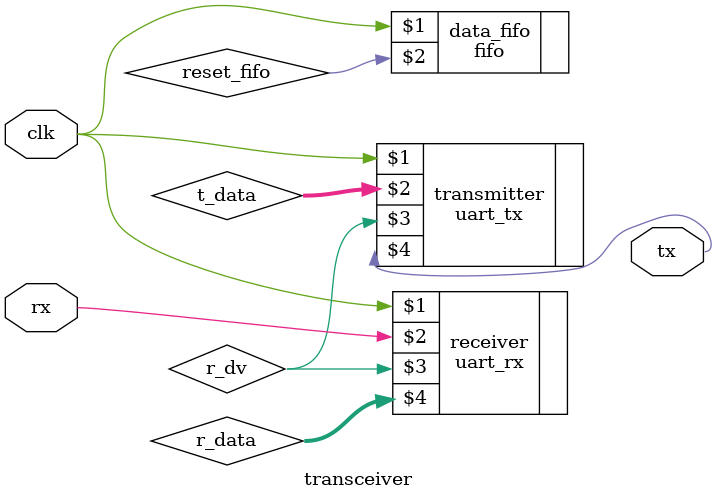
<source format=v>
`timescale 1ns / 1ps


module transceiver(input wire clk, rx,
						 output wire tx);
	 

wire [7:0] r_data,t_data;
wire reset_fifo;	 
						 
uart_rx receiver (clk, rx, r_dv, r_data);
uart_tx transmitter (clk, t_data, r_dv, tx);
fifo	  data_fifo (clk, reset_fifo,);

endmodule

</source>
